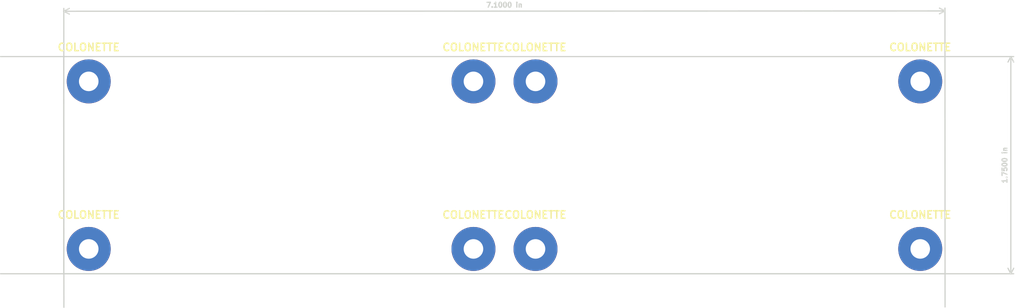
<source format=kicad_pcb>
(kicad_pcb (version 4) (host pcbnew 4.0.0-rc1-stable)

  (general
    (links 8)
    (no_connects 0)
    (area 42.164 27.548114 254.378334 91.181901)
    (thickness 1.6)
    (drawings 6)
    (tracks 0)
    (zones 0)
    (modules 8)
    (nets 9)
  )

  (page A4)
  (title_block
    (title "MECHANICAL POWER BOARD")
    (rev V0-10)
    (company F4DEB)
  )

  (layers
    (0 F.Cu signal)
    (31 B.Cu signal)
    (32 B.Adhes user)
    (33 F.Adhes user)
    (34 B.Paste user)
    (35 F.Paste user)
    (36 B.SilkS user)
    (37 F.SilkS user)
    (38 B.Mask user)
    (39 F.Mask user)
    (40 Dwgs.User user)
    (41 Cmts.User user)
    (42 Eco1.User user)
    (43 Eco2.User user)
    (44 Edge.Cuts user)
  )

  (setup
    (last_trace_width 0.254)
    (user_trace_width 0.3)
    (user_trace_width 0.35)
    (user_trace_width 1)
    (user_trace_width 2)
    (user_trace_width 3)
    (user_trace_width 4)
    (trace_clearance 0.254)
    (zone_clearance 0.508)
    (zone_45_only no)
    (trace_min 0.254)
    (segment_width 0.2)
    (edge_width 0.15)
    (via_size 0.889)
    (via_drill 0.635)
    (via_min_size 0.889)
    (via_min_drill 0.508)
    (user_via 1.3 0.6)
    (uvia_size 0.508)
    (uvia_drill 0.127)
    (uvias_allowed no)
    (uvia_min_size 0.508)
    (uvia_min_drill 0.127)
    (pcb_text_width 0.4)
    (pcb_text_size 1.5 1.5)
    (mod_edge_width 0.3)
    (mod_text_size 1 1)
    (mod_text_width 0.15)
    (pad_size 1.99898 1.99898)
    (pad_drill 1)
    (pad_to_mask_clearance 0)
    (aux_axis_origin 0 0)
    (visible_elements 7FFEFFFF)
    (pcbplotparams
      (layerselection 0x01030_80000001)
      (usegerberextensions true)
      (excludeedgelayer true)
      (linewidth 0.200000)
      (plotframeref false)
      (viasonmask false)
      (mode 1)
      (useauxorigin false)
      (hpglpennumber 1)
      (hpglpenspeed 20)
      (hpglpendiameter 15)
      (hpglpenoverlay 2)
      (psnegative false)
      (psa4output false)
      (plotreference true)
      (plotvalue true)
      (plotinvisibletext false)
      (padsonsilk false)
      (subtractmaskfromsilk false)
      (outputformat 1)
      (mirror false)
      (drillshape 0)
      (scaleselection 1)
      (outputdirectory ""))
  )

  (net 0 "")
  (net 1 "Net-(K1-Pad1)")
  (net 2 "Net-(K2-Pad1)")
  (net 3 "Net-(K3-Pad1)")
  (net 4 "Net-(K4-Pad1)")
  (net 5 "Net-(K5-Pad1)")
  (net 6 "Net-(K6-Pad1)")
  (net 7 "Net-(K7-Pad1)")
  (net 8 "Net-(K8-Pad1)")

  (net_class Default "Ceci est la Netclass par défaut"
    (clearance 0.254)
    (trace_width 0.254)
    (via_dia 0.889)
    (via_drill 0.635)
    (uvia_dia 0.508)
    (uvia_drill 0.127)
    (add_net "Net-(K1-Pad1)")
    (add_net "Net-(K2-Pad1)")
    (add_net "Net-(K3-Pad1)")
    (add_net "Net-(K4-Pad1)")
    (add_net "Net-(K5-Pad1)")
    (add_net "Net-(K6-Pad1)")
    (add_net "Net-(K7-Pad1)")
    (add_net "Net-(K8-Pad1)")
  )

  (module COLONETTE locked (layer F.Cu) (tedit 55447988) (tstamp 55A4382C)
    (at 60.198 44.0055)
    (path /55A43292)
    (fp_text reference K1 (at 0 0) (layer F.SilkS)
      (effects (font (thickness 0.3048)))
    )
    (fp_text value COLONETTE (at 0 -6.985) (layer F.SilkS)
      (effects (font (thickness 0.3048)))
    )
    (pad 1 thru_hole circle (at 0 0) (size 8.99922 8.99922) (drill 4.0005) (layers *.Cu)
      (net 1 "Net-(K1-Pad1)"))
    (pad 1 thru_hole circle (at 0 0) (size 2 2) (drill 0.6) (layers *.Cu *.Mask F.SilkS)
      (net 1 "Net-(K1-Pad1)"))
    (model git-f4deb-cen-electronic-library/wings/Colonette1.wrl
      (at (xyz 0 0 0))
      (scale (xyz 1 1 1))
      (rotate (xyz 0 0 0))
    )
  )

  (module COLONETTE locked (layer F.Cu) (tedit 55447988) (tstamp 55A43832)
    (at 60.198 78.2955)
    (path /55A432A1)
    (fp_text reference K3 (at 0 0) (layer F.SilkS)
      (effects (font (thickness 0.3048)))
    )
    (fp_text value COLONETTE (at 0 -6.985) (layer F.SilkS)
      (effects (font (thickness 0.3048)))
    )
    (pad 1 thru_hole circle (at 0 0) (size 8.99922 8.99922) (drill 4.0005) (layers *.Cu)
      (net 3 "Net-(K3-Pad1)"))
    (pad 1 thru_hole circle (at 0 0) (size 2 2) (drill 0.6) (layers *.Cu *.Mask F.SilkS)
      (net 3 "Net-(K3-Pad1)"))
    (model git-f4deb-cen-electronic-library/wings/Colonette1.wrl
      (at (xyz 0 0 0))
      (scale (xyz 1 1 1))
      (rotate (xyz 0 0 0))
    )
  )

  (module COLONETTE locked (layer F.Cu) (tedit 55447988) (tstamp 55A43838)
    (at 138.938 44.0055)
    (path /55A432B0)
    (fp_text reference K5 (at 0 0) (layer F.SilkS)
      (effects (font (thickness 0.3048)))
    )
    (fp_text value COLONETTE (at 0 -6.985) (layer F.SilkS)
      (effects (font (thickness 0.3048)))
    )
    (pad 1 thru_hole circle (at 0 0) (size 8.99922 8.99922) (drill 4.0005) (layers *.Cu)
      (net 5 "Net-(K5-Pad1)"))
    (pad 1 thru_hole circle (at 0 0) (size 2 2) (drill 0.6) (layers *.Cu *.Mask F.SilkS)
      (net 5 "Net-(K5-Pad1)"))
    (model git-f4deb-cen-electronic-library/wings/Colonette1.wrl
      (at (xyz 0 0 0))
      (scale (xyz 1 1 1))
      (rotate (xyz 0 0 0))
    )
  )

  (module COLONETTE locked (layer F.Cu) (tedit 55447988) (tstamp 55A4383E)
    (at 138.938 78.2955)
    (path /55A432BF)
    (fp_text reference K7 (at 0 0) (layer F.SilkS)
      (effects (font (thickness 0.3048)))
    )
    (fp_text value COLONETTE (at 0 -6.985) (layer F.SilkS)
      (effects (font (thickness 0.3048)))
    )
    (pad 1 thru_hole circle (at 0 0) (size 8.99922 8.99922) (drill 4.0005) (layers *.Cu)
      (net 7 "Net-(K7-Pad1)"))
    (pad 1 thru_hole circle (at 0 0) (size 2 2) (drill 0.6) (layers *.Cu *.Mask F.SilkS)
      (net 7 "Net-(K7-Pad1)"))
    (model git-f4deb-cen-electronic-library/wings/Colonette1.wrl
      (at (xyz 0 0 0))
      (scale (xyz 1 1 1))
      (rotate (xyz 0 0 0))
    )
  )

  (module COLONETTE locked (layer F.Cu) (tedit 55447988) (tstamp 55A43844)
    (at 151.638 44.0055)
    (path /55A432CC)
    (fp_text reference K2 (at 0 0) (layer F.SilkS)
      (effects (font (thickness 0.3048)))
    )
    (fp_text value COLONETTE (at 0 -6.985) (layer F.SilkS)
      (effects (font (thickness 0.3048)))
    )
    (pad 1 thru_hole circle (at 0 0) (size 8.99922 8.99922) (drill 4.0005) (layers *.Cu)
      (net 2 "Net-(K2-Pad1)"))
    (pad 1 thru_hole circle (at 0 0) (size 2 2) (drill 0.6) (layers *.Cu *.Mask F.SilkS)
      (net 2 "Net-(K2-Pad1)"))
    (model git-f4deb-cen-electronic-library/wings/Colonette1.wrl
      (at (xyz 0 0 0))
      (scale (xyz 1 1 1))
      (rotate (xyz 0 0 0))
    )
  )

  (module COLONETTE locked (layer F.Cu) (tedit 55447988) (tstamp 55A4384A)
    (at 151.638 78.2955)
    (path /55A432D2)
    (fp_text reference K4 (at 0 0) (layer F.SilkS)
      (effects (font (thickness 0.3048)))
    )
    (fp_text value COLONETTE (at 0 -6.985) (layer F.SilkS)
      (effects (font (thickness 0.3048)))
    )
    (pad 1 thru_hole circle (at 0 0) (size 8.99922 8.99922) (drill 4.0005) (layers *.Cu)
      (net 4 "Net-(K4-Pad1)"))
    (pad 1 thru_hole circle (at 0 0) (size 2 2) (drill 0.6) (layers *.Cu *.Mask F.SilkS)
      (net 4 "Net-(K4-Pad1)"))
    (model git-f4deb-cen-electronic-library/wings/Colonette1.wrl
      (at (xyz 0 0 0))
      (scale (xyz 1 1 1))
      (rotate (xyz 0 0 0))
    )
  )

  (module COLONETTE locked (layer F.Cu) (tedit 55447988) (tstamp 55A43850)
    (at 230.378 44.0055)
    (path /55A432D8)
    (fp_text reference K6 (at 0 0) (layer F.SilkS)
      (effects (font (thickness 0.3048)))
    )
    (fp_text value COLONETTE (at 0 -6.985) (layer F.SilkS)
      (effects (font (thickness 0.3048)))
    )
    (pad 1 thru_hole circle (at 0 0) (size 8.99922 8.99922) (drill 4.0005) (layers *.Cu)
      (net 6 "Net-(K6-Pad1)"))
    (pad 1 thru_hole circle (at 0 0) (size 2 2) (drill 0.6) (layers *.Cu *.Mask F.SilkS)
      (net 6 "Net-(K6-Pad1)"))
    (model git-f4deb-cen-electronic-library/wings/Colonette1.wrl
      (at (xyz 0 0 0))
      (scale (xyz 1 1 1))
      (rotate (xyz 0 0 0))
    )
  )

  (module COLONETTE locked (layer F.Cu) (tedit 55447988) (tstamp 55A43856)
    (at 230.378 78.2955)
    (path /55A432DE)
    (fp_text reference K8 (at 0 0) (layer F.SilkS)
      (effects (font (thickness 0.3048)))
    )
    (fp_text value COLONETTE (at 0 -6.985) (layer F.SilkS)
      (effects (font (thickness 0.3048)))
    )
    (pad 1 thru_hole circle (at 0 0) (size 8.99922 8.99922) (drill 4.0005) (layers *.Cu)
      (net 8 "Net-(K8-Pad1)"))
    (pad 1 thru_hole circle (at 0 0) (size 2 2) (drill 0.6) (layers *.Cu *.Mask F.SilkS)
      (net 8 "Net-(K8-Pad1)"))
    (model git-f4deb-cen-electronic-library/wings/Colonette1.wrl
      (at (xyz 0 0 0))
      (scale (xyz 1 1 1))
      (rotate (xyz 0 0 0))
    )
  )

  (dimension 44.45 (width 0.25) (layer Edge.Cuts)
    (gr_text "44,450 mm" (at 249.92 61.1505 90) (layer Edge.Cuts)
      (effects (font (size 1 1) (thickness 0.25)))
    )
    (feature1 (pts (xy 42.164 38.9255) (xy 250.92 38.9255)))
    (feature2 (pts (xy 42.164 83.3755) (xy 250.92 83.3755)))
    (crossbar (pts (xy 248.92 83.3755) (xy 248.92 38.9255)))
    (arrow1a (pts (xy 248.92 38.9255) (xy 249.50642 40.052003)))
    (arrow1b (pts (xy 248.92 38.9255) (xy 248.33358 40.052003)))
    (arrow2a (pts (xy 248.92 83.3755) (xy 249.50642 82.248997)))
    (arrow2b (pts (xy 248.92 83.3755) (xy 248.33358 82.248997)))
  )
  (dimension 180.340011 (width 0.25) (layer Edge.Cuts)
    (gr_text "180,340 mm" (at 145.266319 28.623114 0.02017456942) (layer Edge.Cuts)
      (effects (font (size 1 1) (thickness 0.25)))
    )
    (feature1 (pts (xy 235.458 90.17) (xy 235.435967 27.591365)))
    (feature2 (pts (xy 55.118 90.2335) (xy 55.095967 27.654865)))
    (crossbar (pts (xy 55.096671 29.654864) (xy 235.436671 29.591364)))
    (arrow1a (pts (xy 235.436671 29.591364) (xy 234.310374 30.178181)))
    (arrow1b (pts (xy 235.436671 29.591364) (xy 234.309961 29.00534)))
    (arrow2a (pts (xy 55.096671 29.654864) (xy 56.223381 30.240888)))
    (arrow2b (pts (xy 55.096671 29.654864) (xy 56.222968 29.068047)))
  )
  (gr_line (start 55.0545 83.3755) (end 55.0545 38.9255) (angle 90) (layer Edge.Cuts) (width 0.15))
  (gr_line (start 235.458 83.3755) (end 55.0545 83.3755) (angle 90) (layer Edge.Cuts) (width 0.15))
  (gr_line (start 235.458 38.9255) (end 235.458 83.3755) (angle 90) (layer Edge.Cuts) (width 0.15))
  (gr_line (start 55.0545 38.9255) (end 235.458 38.9255) (angle 90) (layer Edge.Cuts) (width 0.15))

)

</source>
